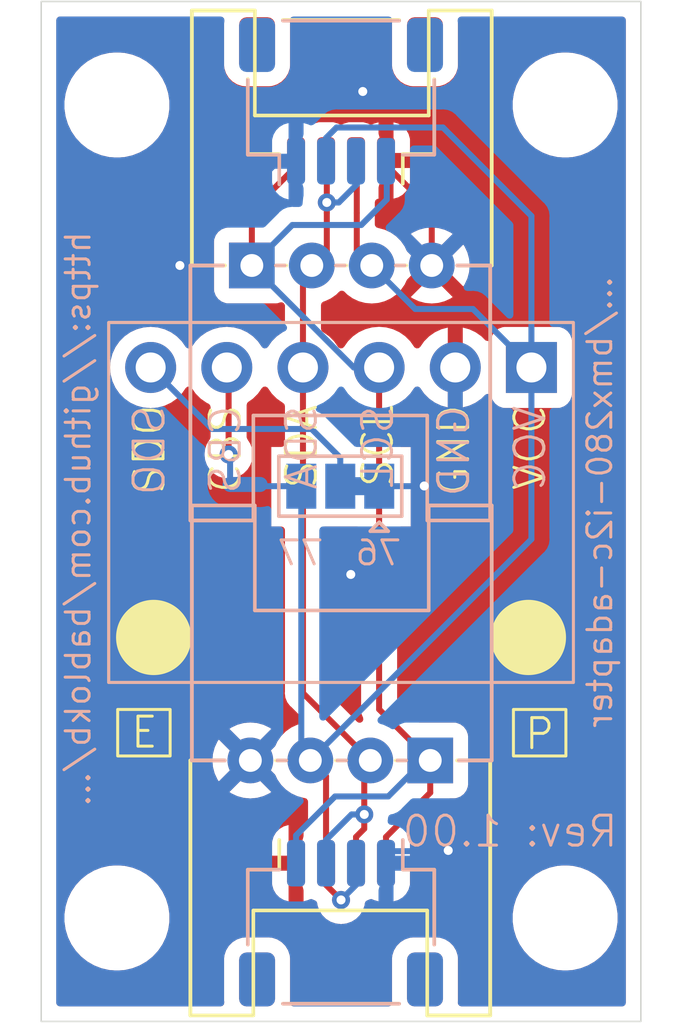
<source format=kicad_pcb>
(kicad_pcb (version 20221018) (generator pcbnew)
  (layers (0 "F.Cu" signal) (31 "B.Cu" signal) (34 "B.Paste" user) (35 "F.Paste" user) (36 "B.SilkS" user "B.Silkscreen") (37 "F.SilkS" user "F.Silkscreen") (38 "B.Mask" user) (39 "F.Mask" user) (44 "Edge.Cuts" user))
  (net 0 "")
  (net 1 "/GND")
  (net 2 "/SDA")
  (net 3 "/SCL")
  (net 4 "/SDO")
  (net 5 "/CSB")
  (net 6 "/VCC")
  (footprint "Connector_JST:JST_SH_SM04B-SRSS-TB_1x04-1MP_P1.00mm_Horizontal" (layer "F.Cu") (at 110 103.3 180)
    (fp_text reference "J2" hide)
    (fp_text value "Stemma-QT_Qwicc" hide)
    (fp_line (start -3.11 -1.785) (end -2.06 -1.785) (stroke (width 0.12)) (layer "F.SilkS"))
    (fp_line (start -3.11 0.715) (end -3.11 -1.785) (stroke (width 0.12)) (layer "F.SilkS"))
    (fp_line (start -2.06 -1.785) (end -2.06 -2.775) (stroke (width 0.12)) (layer "F.SilkS"))
    (fp_line (start -1.94 2.685) (end 1.94 2.685) (stroke (width 0.12)) (layer "F.SilkS"))
    (fp_line (start 3.11 -1.785) (end 2.06 -1.785) (stroke (width 0.12)) (layer "F.SilkS"))
    (fp_line (start 3.11 0.715) (end 3.11 -1.785) (stroke (width 0.12)) (layer "F.SilkS"))
    (pad "1" smd roundrect (at -1.5 -2 180) (size 0.6 1.55) (layers "F.Cu" "F.Paste" "F.Mask") (net 1 "/GND"))
    (pad "2" smd roundrect (at -0.5 -2 180) (size 0.6 1.55) (layers "F.Cu" "F.Paste" "F.Mask") (net 6 "/VCC"))
    (pad "3" smd roundrect (at 0.5 -2 180) (size 0.6 1.55) (layers "F.Cu" "F.Paste" "F.Mask") (net 2 "/SDA"))
    (pad "4" smd roundrect (at 1.5 -2 180) (size 0.6 1.55) (layers "F.Cu" "F.Paste" "F.Mask") (net 3 "/SCL"))
    (pad "MP" smd roundrect (at -2.8 1.875 180) (size 1.2 1.8) (layers "F.Cu" "F.Paste" "F.Mask") (roundrect_rratio 0.2083333333))
    (pad "MP" smd roundrect (at 2.8 1.875 180) (size 1.2 1.8) (layers "F.Cu" "F.Paste" "F.Mask") (roundrect_rratio 0.2083333333))
  )
  (footprint "user:BMx280_Breakout" (layer "F.Cu") (at 103.65 112.2)
    (fp_text reference "U1" hide)
    (fp_text value "BMx280" hide)
    (fp_text user "GND" (at 10.6995 1.2 90 unlocked) (layer "B.SilkS") (effects (font (thickness 0.1)) (justify left bottom mirror)))
    (fp_text user "SDO" (at 0.5395 1.2 90 unlocked) (layer "B.SilkS") (effects (font (thickness 0.1)) (justify left bottom mirror)))
    (fp_text user "SCL" (at 8.1595 1.2 90 unlocked) (layer "B.SilkS") (effects (font (thickness 0.1)) (justify left bottom mirror)))
    (fp_text user "SDA" (at 5.6195 1.2 90 unlocked) (layer "B.SilkS") (effects (font (thickness 0.1)) (justify left bottom mirror)))
    (fp_text user "CBS" (at 3.0795 1.2 90 unlocked) (layer "B.SilkS") (effects (font (thickness 0.1)) (justify left bottom mirror)))
    (fp_text user "VCC" (at 13.2395 1.2 90 unlocked) (layer "B.SilkS") (effects (font (thickness 0.1)) (justify left bottom mirror)))
    (fp_text user "VCC" (at 13.2395 4.157143 90 unlocked) (layer "F.SilkS") (effects (font (thickness 0.1)) (justify left bottom)))
    (fp_text user "SCL" (at 8.1595 4.061905 90 unlocked) (layer "F.SilkS") (effects (font (thickness 0.1)) (justify left bottom)))
    (fp_text user "SDA" (at 5.6195 4.109524 90 unlocked) (layer "F.SilkS") (effects (font (thickness 0.1)) (justify left bottom)))
    (fp_text user "CBS" (at 3.0795 4.252381 90 unlocked) (layer "F.SilkS") (effects (font (thickness 0.1)) (justify left bottom)))
    (fp_text user "GND" (at 10.6995 4.347619 90 unlocked) (layer "F.SilkS") (effects (font (thickness 0.1)) (justify left bottom)))
    (fp_text user "SDO" (at 0.5395 4.3 90 unlocked) (layer "F.SilkS") (effects (font (thickness 0.1)) (justify left bottom)))
    (fp_rect (start 14.1 -1.5) (end -1.4 10.5) (stroke (width 0.1)) (fill none) (layer "B.SilkS"))
    (fp_rect (start -1.4 -1.5) (end 14.1 10.5) (stroke (width 0.1)) (fill none) (layer "F.SilkS"))
    (fp_circle (center 0.1 9) (end 1.304159 9) (stroke (width 0.1)) (fill solid) (layer "F.SilkS"))
    (fp_circle (center 12.6 9) (end 13.804159 9) (stroke (width 0.1)) (fill solid) (layer "F.SilkS"))
    (pad "1" thru_hole rect (at 12.7 0) (size 1.7 1.7) (drill 1) (layers "*.Cu" "*.Mask") (net 6 "/VCC"))
    (pad "2" thru_hole oval (at 10.16 0) (size 1.7 1.7) (drill 1) (layers "*.Cu" "*.Mask") (net 1 "/GND"))
    (pad "3" thru_hole oval (at 7.62 0) (size 1.7 1.7) (drill 1) (layers "*.Cu" "*.Mask") (net 3 "/SCL"))
    (pad "4" thru_hole oval (at 5.08 0) (size 1.7 1.7) (drill 1) (layers "*.Cu" "*.Mask") (net 2 "/SDA"))
    (pad "5" thru_hole oval (at 2.54 0) (size 1.7 1.7) (drill 1) (layers "*.Cu" "*.Mask") (net 5 "/CSB"))
    (pad "6" thru_hole oval (at 0 0) (size 1.7 1.7) (drill 1) (layers "*.Cu" "*.Mask") (net 4 "/SDO"))
  )
  (footprint "MountingHole:MountingHole_3mm" (layer "F.Cu") (at 117.475 130.55)
    (fp_text reference "H3" hide)
    (fp_text value "MountingHole" hide)
    (pad "" np_thru_hole circle (at 0 0) (size 3 3) (drill 3) (layers "*.Cu" "*.Mask"))
  )
  (footprint "Connector_JST:JST_SH_SM04B-SRSS-TB_1x04-1MP_P1.00mm_Horizontal" (layer "F.Cu") (at 110 130.725)
    (fp_text reference "J4" hide)
    (fp_text value "Stemma-QT_Qwicc" hide)
    (fp_line (start -3.11 -1.785) (end -2.06 -1.785) (stroke (width 0.12)) (layer "F.SilkS"))
    (fp_line (start -3.11 0.715) (end -3.11 -1.785) (stroke (width 0.12)) (layer "F.SilkS"))
    (fp_line (start -2.06 -1.785) (end -2.06 -2.775) (stroke (width 0.12)) (layer "F.SilkS"))
    (fp_line (start -1.94 2.685) (end 1.94 2.685) (stroke (width 0.12)) (layer "F.SilkS"))
    (fp_line (start 3.11 -1.785) (end 2.06 -1.785) (stroke (width 0.12)) (layer "F.SilkS"))
    (fp_line (start 3.11 0.715) (end 3.11 -1.785) (stroke (width 0.12)) (layer "F.SilkS"))
    (pad "1" smd roundrect (at -1.5 -2) (size 0.6 1.55) (layers "F.Cu" "F.Paste" "F.Mask") (net 1 "/GND"))
    (pad "2" smd roundrect (at -0.5 -2) (size 0.6 1.55) (layers "F.Cu" "F.Paste" "F.Mask") (net 6 "/VCC"))
    (pad "3" smd roundrect (at 0.5 -2) (size 0.6 1.55) (layers "F.Cu" "F.Paste" "F.Mask") (net 2 "/SDA"))
    (pad "4" smd roundrect (at 1.5 -2) (size 0.6 1.55) (layers "F.Cu" "F.Paste" "F.Mask") (net 3 "/SCL"))
    (pad "MP" smd roundrect (at -2.8 1.875) (size 1.2 1.8) (layers "F.Cu" "F.Paste" "F.Mask") (roundrect_rratio 0.2083333333))
    (pad "MP" smd roundrect (at 2.8 1.875) (size 1.2 1.8) (layers "F.Cu" "F.Paste" "F.Mask") (roundrect_rratio 0.2083333333))
  )
  (footprint "user:grove_horizontal" (layer "F.Cu") (at 110.025 108.8 180)
    (fp_text reference "J5" hide)
    (fp_text value "Grove" hide)
    (fp_line (start -4.95 -8.5) (end -2.85 -8.5) (stroke (width 0.12)) (layer "B.SilkS"))
    (fp_line (start -4.95 0) (end -4.95 -8.5) (stroke (width 0.127)) (layer "B.SilkS"))
    (fp_line (start -3.85 0) (end -4.95 0) (stroke (width 0.127)) (layer "B.SilkS"))
    (fp_line (start -2.85 -8.5) (end -2.85 -5) (stroke (width 0.12)) (layer "B.SilkS"))
    (fp_line (start -2.1 0) (end -1.8 0) (stroke (width 0.12)) (layer "B.SilkS"))
    (fp_line (start -0.1 0) (end 0.2 0) (stroke (width 0.12)) (layer "B.SilkS"))
    (fp_line (start 1.9 0) (end 2.2 0) (stroke (width 0.12)) (layer "B.SilkS"))
    (fp_line (start 2.95 -8.5) (end 2.95 -5) (stroke (width 0.12)) (layer "B.SilkS"))
    (fp_line (start 2.95 -8.5) (end 5.05 -8.5) (stroke (width 0.127)) (layer "B.SilkS"))
    (fp_line (start 2.95 -5) (end -2.85 -5) (stroke (width 0.12)) (layer "B.SilkS"))
    (fp_line (start 5.05 -8.5) (end 5.05 0) (stroke (width 0.127)) (layer "B.SilkS"))
    (fp_line (start 5.05 0) (end 3.95 0) (stroke (width 0.127)) (layer "B.SilkS"))
    (fp_line (start -5 0) (end -5 8.5) (stroke (width 0.127)) (layer "F.SilkS"))
    (fp_line (start -5 8.5) (end -2.9 8.5) (stroke (width 0.12)) (layer "F.SilkS"))
    (fp_line (start -3.9 0) (end -5 0) (stroke (width 0.127)) (layer "F.SilkS"))
    (fp_line (start -2.9 8.5) (end -2.9 5) (stroke (width 0.12)) (layer "F.SilkS"))
    (fp_line (start -2.15 0) (end -1.85 0) (stroke (width 0.12)) (layer "F.SilkS"))
    (fp_line (start -0.15 0) (end 0.15 0) (stroke (width 0.12)) (layer "F.SilkS"))
    (fp_line (start 1.85 0) (end 2.15 0) (stroke (width 0.12)) (layer "F.SilkS"))
    (fp_line (start 2.9 5) (end -2.9 5) (stroke (width 0.12)) (layer "F.SilkS"))
    (fp_line (start 2.9 8.5) (end 2.9 5) (stroke (width 0.12)) (layer "F.SilkS"))
    (fp_line (start 2.9 8.5) (end 5 8.5) (stroke (width 0.127)) (layer "F.SilkS"))
    (fp_line (start 5 0) (end 3.9 0) (stroke (width 0.127)) (layer "F.SilkS"))
    (fp_line (start 5 8.5) (end 5 0) (stroke (width 0.127)) (layer "F.SilkS"))
    (pad "1" thru_hole rect (at 3 0 180) (size 1.524 1.524) (drill 0.762) (layers "*.Cu" "*.Mask") (net 3 "/SCL"))
    (pad "2" thru_hole circle (at 1 0 180) (size 1.524 1.524) (drill 0.762) (layers "*.Cu" "*.Mask") (net 2 "/SDA"))
    (pad "3" thru_hole circle (at -1 0 180) (size 1.524 1.524) (drill 0.762) (layers "*.Cu" "*.Mask") (net 6 "/VCC"))
    (pad "4" thru_hole circle (at -3 0 180) (size 1.524 1.524) (drill 0.762) (layers "*.Cu" "*.Mask") (net 1 "/GND"))
  )
  (footprint "MountingHole:MountingHole_3mm" (layer "F.Cu") (at 117.475 103.45)
    (fp_text reference "H2" hide)
    (fp_text value "MountingHole" hide)
    (pad "" np_thru_hole circle (at 0 0) (size 3 3) (drill 3) (layers "*.Cu" "*.Mask"))
  )
  (footprint "MountingHole:MountingHole_3mm" (layer "F.Cu") (at 102.525 103.45)
    (fp_text reference "H1" hide)
    (fp_text value "MountingHole" hide)
    (pad "" np_thru_hole circle (at 0 0) (size 3 3) (drill 3) (layers "*.Cu" "*.Mask"))
  )
  (footprint "user:grove_horizontal" (layer "F.Cu") (at 109.975 125.3)
    (fp_text reference "J6" hide)
    (fp_text value "Grove" hide)
    (fp_line (start -4.95 -8.5) (end -2.85 -8.5) (stroke (width 0.12)) (layer "B.SilkS"))
    (fp_line (start -4.95 0) (end -4.95 -8.5) (stroke (width 0.127)) (layer "B.SilkS"))
    (fp_line (start -3.85 0) (end -4.95 0) (stroke (width 0.127)) (layer "B.SilkS"))
    (fp_line (start -2.85 -8.5) (end -2.85 -5) (stroke (width 0.12)) (layer "B.SilkS"))
    (fp_line (start -2.1 0) (end -1.8 0) (stroke (width 0.12)) (layer "B.SilkS"))
    (fp_line (start -0.1 0) (end 0.2 0) (stroke (width 0.12)) (layer "B.SilkS"))
    (fp_line (start 1.9 0) (end 2.2 0) (stroke (width 0.12)) (layer "B.SilkS"))
    (fp_line (start 2.95 -8.5) (end 2.95 -5) (stroke (width 0.12)) (layer "B.SilkS"))
    (fp_line (start 2.95 -8.5) (end 5.05 -8.5) (stroke (width 0.127)) (layer "B.SilkS"))
    (fp_line (start 2.95 -5) (end -2.85 -5) (stroke (width 0.12)) (layer "B.SilkS"))
    (fp_line (start 5.05 -8.5) (end 5.05 0) (stroke (width 0.127)) (layer "B.SilkS"))
    (fp_line (start 5.05 0) (end 3.95 0) (stroke (width 0.127)) (layer "B.SilkS"))
    (fp_line (start -5 0) (end -5 8.5) (stroke (width 0.127)) (layer "F.SilkS"))
    (fp_line (start -5 8.5) (end -2.9 8.5) (stroke (width 0.12)) (layer "F.SilkS"))
    (fp_line (start -3.9 0) (end -5 0) (stroke (width 0.127)) (layer "F.SilkS"))
    (fp_line (start -2.9 8.5) (end -2.9 5) (stroke (width 0.12)) (layer "F.SilkS"))
    (fp_line (start -2.15 0) (end -1.85 0) (stroke (width 0.12)) (layer "F.SilkS"))
    (fp_line (start -0.15 0) (end 0.15 0) (stroke (width 0.12)) (layer "F.SilkS"))
    (fp_line (start 1.85 0) (end 2.15 0) (stroke (width 0.12)) (layer "F.SilkS"))
    (fp_line (start 2.9 5) (end -2.9 5) (stroke (width 0.12)) (layer "F.SilkS"))
    (fp_line (start 2.9 8.5) (end 2.9 5) (stroke (width 0.12)) (layer "F.SilkS"))
    (fp_line (start 2.9 8.5) (end 5 8.5) (stroke (width 0.127)) (layer "F.SilkS"))
    (fp_line (start 5 0) (end 3.9 0) (stroke (width 0.127)) (layer "F.SilkS"))
    (fp_line (start 5 8.5) (end 5 0) (stroke (width 0.127)) (layer "F.SilkS"))
    (pad "1" thru_hole rect (at 3 0) (size 1.524 1.524) (drill 0.762) (layers "*.Cu" "*.Mask") (net 3 "/SCL"))
    (pad "2" thru_hole circle (at 1 0) (size 1.524 1.524) (drill 0.762) (layers "*.Cu" "*.Mask") (net 2 "/SDA"))
    (pad "3" thru_hole circle (at -1 0) (size 1.524 1.524) (drill 0.762) (layers "*.Cu" "*.Mask") (net 6 "/VCC"))
    (pad "4" thru_hole circle (at -3 0) (size 1.524 1.524) (drill 0.762) (layers "*.Cu" "*.Mask") (net 1 "/GND"))
  )
  (footprint "MountingHole:MountingHole_3mm" (layer "F.Cu") (at 102.525 130.55)
    (fp_text reference "H4" hide)
    (fp_text value "MountingHole" hide)
    (pad "" np_thru_hole circle (at 0 0) (size 3 3) (drill 3) (layers "*.Cu" "*.Mask"))
  )
  (footprint "Jumper:SolderJumper-3_P1.3mm_Bridged12_Pad1.0x1.5mm" (layer "B.Cu") (at 109.975 116.1575 180)
    (fp_text reference "JP1" hide)
    (fp_text value "ADDR_SEL" hide)
    (fp_poly (pts (xy -0.9 0.3) (xy -0.4 0.3) (xy -0.4 -0.3) (xy -0.9 -0.3)) (fill solid) (layer "B.Cu"))
    (fp_line (start -2.05 -1) (end -2.05 1) (stroke (width 0.12)) (layer "B.SilkS"))
    (fp_line (start -2.05 1) (end 2.05 1) (stroke (width 0.12)) (layer "B.SilkS"))
    (fp_line (start -1.6 -1.5) (end -1 -1.5) (stroke (width 0.12)) (layer "B.SilkS"))
    (fp_line (start -1.3 -1.2) (end -1.6 -1.5) (stroke (width 0.12)) (layer "B.SilkS"))
    (fp_line (start -1.3 -1.2) (end -1 -1.5) (stroke (width 0.12)) (layer "B.SilkS"))
    (fp_line (start 2.05 -1) (end -2.05 -1) (stroke (width 0.12)) (layer "B.SilkS"))
    (fp_line (start 2.05 1) (end 2.05 -1) (stroke (width 0.12)) (layer "B.SilkS"))
    (pad "1" smd rect (at -1.3 0 180) (size 1 1.5) (layers "B.Cu" "B.Mask") (net 1 "/GND"))
    (pad "2" smd rect (at 0 0 180) (size 1 1.5) (layers "B.Cu" "B.Mask") (net 4 "/SDO"))
    (pad "3" smd rect (at 1.3 0 180) (size 1 1.5) (layers "B.Cu" "B.Mask") (net 6 "/VCC"))
  )
  (footprint "Connector_JST:JST_SH_SM04B-SRSS-TB_1x04-1MP_P1.00mm_Horizontal" (layer "B.Cu") (at 110 103.325)
    (fp_text reference "J1" hide)
    (fp_text value "Stemma-QT_Qwicc" hide)
    (fp_line (start -3.11 -0.715) (end -3.11 1.785) (stroke (width 0.12)) (layer "B.SilkS"))
    (fp_line (start -3.11 1.785) (end -2.06 1.785) (stroke (width 0.12)) (layer "B.SilkS"))
    (fp_line (start -2.06 1.785) (end -2.06 2.775) (stroke (width 0.12)) (layer "B.SilkS"))
    (fp_line (start -1.94 -2.685) (end 1.94 -2.685) (stroke (width 0.12)) (layer "B.SilkS"))
    (fp_line (start 3.11 -0.715) (end 3.11 1.785) (stroke (width 0.12)) (layer "B.SilkS"))
    (fp_line (start 3.11 1.785) (end 2.06 1.785) (stroke (width 0.12)) (layer "B.SilkS"))
    (pad "1" smd roundrect (at -1.5 2) (size 0.6 1.55) (layers "B.Cu" "B.Paste" "B.Mask") (net 1 "/GND"))
    (pad "2" smd roundrect (at -0.5 2) (size 0.6 1.55) (layers "B.Cu" "B.Paste" "B.Mask") (net 6 "/VCC"))
    (pad "3" smd roundrect (at 0.5 2) (size 0.6 1.55) (layers "B.Cu" "B.Paste" "B.Mask") (net 2 "/SDA"))
    (pad "4" smd roundrect (at 1.5 2) (size 0.6 1.55) (layers "B.Cu" "B.Paste" "B.Mask") (net 3 "/SCL"))
    (pad "MP" smd roundrect (at -2.8 -1.875) (size 1.2 1.8) (layers "B.Cu" "B.Paste" "B.Mask") (roundrect_rratio 0.2083333333))
    (pad "MP" smd roundrect (at 2.8 -1.875) (size 1.2 1.8) (layers "B.Cu" "B.Paste" "B.Mask") (roundrect_rratio 0.2083333333))
  )
  (footprint "Connector_JST:JST_SH_SM04B-SRSS-TB_1x04-1MP_P1.00mm_Horizontal" (layer "B.Cu") (at 110 130.725 180)
    (fp_text reference "J3" hide)
    (fp_text value "Stemma-QT_Qwicc" hide)
    (fp_line (start -3.11 -0.715) (end -3.11 1.785) (stroke (width 0.12)) (layer "B.SilkS"))
    (fp_line (start -3.11 1.785) (end -2.06 1.785) (stroke (width 0.12)) (layer "B.SilkS"))
    (fp_line (start -2.06 1.785) (end -2.06 2.775) (stroke (width 0.12)) (layer "B.SilkS"))
    (fp_line (start -1.94 -2.685) (end 1.94 -2.685) (stroke (width 0.12)) (layer "B.SilkS"))
    (fp_line (start 3.11 -0.715) (end 3.11 1.785) (stroke (width 0.12)) (layer "B.SilkS"))
    (fp_line (start 3.11 1.785) (end 2.06 1.785) (stroke (width 0.12)) (layer "B.SilkS"))
    (pad "1" smd roundrect (at -1.5 2 180) (size 0.6 1.55) (layers "B.Cu" "B.Paste" "B.Mask") (net 1 "/GND"))
    (pad "2" smd roundrect (at -0.5 2 180) (size 0.6 1.55) (layers "B.Cu" "B.Paste" "B.Mask") (net 6 "/VCC"))
    (pad "3" smd roundrect (at 0.5 2 180) (size 0.6 1.55) (layers "B.Cu" "B.Paste" "B.Mask") (net 2 "/SDA"))
    (pad "4" smd roundrect (at 1.5 2 180) (size 0.6 1.55) (layers "B.Cu" "B.Paste" "B.Mask") (net 3 "/SCL"))
    (pad "MP" smd roundrect (at -2.8 -1.875 180) (size 1.2 1.8) (layers "B.Cu" "B.Paste" "B.Mask") (roundrect_rratio 0.2083333333))
    (pad "MP" smd roundrect (at 2.8 -1.875 180) (size 1.2 1.8) (layers "B.Cu" "B.Paste" "B.Mask") (roundrect_rratio 0.2083333333))
  )
  (footprint "NetTie:NetTie-2_SMD_Pad0.5mm" (layer "B.Cu") (at 106.8 116.1)
    (fp_text reference "NT1" hide)
    (fp_text value "NetTie_2" hide)
    (fp_poly (pts (xy -0.5 0.25) (xy 0.5 0.25) (xy 0.5 -0.25) (xy -0.5 -0.25)) (fill solid) (layer "B.Cu"))
    (pad "1" smd circle (at -0.5 0) (size 0.5 0.5) (layers "B.Cu") (net 5 "/CSB"))
    (pad "2" smd circle (at 0.5 0) (size 0.5 0.5) (layers "B.Cu") (net 6 "/VCC"))
  )
  (gr_rect (start 102.55 123.6) (end 104.3 125.15) (stroke (width 0.1)) (fill none) (layer "F.SilkS"))
  (gr_rect (start 115.75 123.6) (end 117.5 125.15) (stroke (width 0.1)) (fill none) (layer "F.SilkS"))
  (gr_rect (start 100 100) (end 120 134) (stroke (width 0.05)) (fill none) (layer "Edge.Cuts"))
  (gr_text ".../bmx280-i2c-adapter" (at 119.1 109.1 90) (layer "B.SilkS") (effects (font (size 0.8 0.8) (thickness 0.1)) (justify left bottom mirror)))
  (gr_text "76" (at 112.075 118.85) (layer "B.SilkS") (effects (font (size 0.8 0.8) (thickness 0.1)) (justify left bottom mirror)))
  (gr_text "77" (at 109.475 118.85) (layer "B.SilkS") (effects (font (size 0.8 0.8) (thickness 0.1)) (justify left bottom mirror)))
  (gr_text "https://github.com/bablokb/..." (at 101.7 107.6 90) (layer "B.SilkS") (effects (font (size 0.8 0.8) (thickness 0.1)) (justify left bottom mirror)))
  (gr_text "Rev: 1.00" (at 119.3 128.25) (layer "B.SilkS") (effects (font (size 1 1) (thickness 0.1)) (justify left bottom mirror)))
  (gr_text "E" (at 102.922619 124.95) (layer "F.SilkS") (effects (font (size 1 1) (thickness 0.1)) (justify left bottom)))
  (gr_text "P" (at 116.625 125) (layer "F.SilkS") (effects (font (size 1 1) (thickness 0.1)) (justify bottom)))
  (segment (start 113.025 106.975) (end 111.525 105.475) (width 0.2) (layer "F.Cu") (net 1))
  (segment (start 113.025 108.8) (end 113.025 106.975) (width 0.2) (layer "F.Cu") (net 1))
  (via (at 113.575 128.3) (size 0.6) (drill 0.3) (layers "F.Cu" "B.Cu") (net 1))
  (via (at 110.725 103) (size 0.6) (drill 0.3) (layers "F.Cu" "B.Cu") (net 1))
  (via (at 112.775 116.15) (size 0.6) (drill 0.3) (layers "F.Cu" "B.Cu") (net 1))
  (via (at 110.325 119.1) (size 0.6) (drill 0.3) (layers "F.Cu" "B.Cu") (net 1))
  (via (at 104.625 108.8) (size 0.6) (drill 0.3) (layers "F.Cu" "B.Cu") (net 1))
  (segment (start 113.55 128.325) (end 113.575 128.3) (width 0.2) (layer "B.Cu") (net 1))
  (segment (start 107.9 105.325) (end 104.625 108.6) (width 0.2) (layer "B.Cu") (net 1))
  (segment (start 112.7675 116.1575) (end 112.775 116.15) (width 0.2) (layer "B.Cu") (net 1))
  (segment (start 111.275 116.1575) (end 112.7675 116.1575) (width 0.2) (layer "B.Cu") (net 1))
  (segment (start 113.81 115.115) (end 112.775 116.15) (width 0.2) (layer "B.Cu") (net 1))
  (segment (start 113.81 112.2) (end 113.81 115.115) (width 0.2) (layer "B.Cu") (net 1))
  (segment (start 104.625 108.6) (end 104.625 108.8) (width 0.2) (layer "B.Cu") (net 1))
  (segment (start 111.325 128.325) (end 113.55 128.325) (width 0.2) (layer "B.Cu") (net 1))
  (segment (start 108.525 105.325) (end 107.9 105.325) (width 0.2) (layer "B.Cu") (net 1))
  (segment (start 109.525 108.3) (end 109.525 107.05) (width 0.2) (layer "F.Cu") (net 2))
  (segment (start 108.73 112.2) (end 108.73 109.095) (width 0.2) (layer "F.Cu") (net 2))
  (segment (start 109.525 106.7) (end 109.525 105.475) (width 0.2) (layer "F.Cu") (net 2))
  (segment (start 109.525 107.05) (end 109.525 106.7) (width 0.2) (layer "F.Cu") (net 2))
  (segment (start 109.025 108.8) (end 109.525 108.3) (width 0.2) (layer "F.Cu") (net 2))
  (segment (start 108.73 112.2) (end 108.73 123.055) (width 0.2) (layer "F.Cu") (net 2))
  (segment (start 110.5 127.85) (end 110.5 128.725) (width 0.2) (layer "F.Cu") (net 2))
  (segment (start 110.775 124.9) (end 110.775 127.575) (width 0.2) (layer "F.Cu") (net 2))
  (segment (start 110.775 127.575) (end 110.5 127.85) (width 0.2) (layer "F.Cu") (net 2))
  (segment (start 108.73 109.095) (end 109.025 108.8) (width 0.2) (layer "F.Cu") (net 2))
  (segment (start 108.73 123.055) (end 110.975 125.3) (width 0.2) (layer "F.Cu") (net 2))
  (via (at 109.525 106.7) (size 0.6) (drill 0.3) (layers "F.Cu" "B.Cu") (net 2))
  (via (at 110.775 127.1) (size 0.6) (drill 0.3) (layers "F.Cu" "B.Cu") (net 2))
  (segment (start 109.5 127.950001) (end 110.350001 127.1) (width 0.2) (layer "B.Cu") (net 2))
  (segment (start 109.5 128.725) (end 109.5 127.950001) (width 0.2) (layer "B.Cu") (net 2))
  (segment (start 109.525 106.7) (end 109.924999 106.7) (width 0.2) (layer "B.Cu") (net 2))
  (segment (start 109.924999 106.7) (end 110.525 106.099999) (width 0.2) (layer "B.Cu") (net 2))
  (segment (start 110.525 106.099999) (end 110.525 105.325) (width 0.2) (layer "B.Cu") (net 2))
  (segment (start 110.350001 127.1) (end 110.775 127.1) (width 0.2) (layer "B.Cu") (net 2))
  (segment (start 111.5 127.85) (end 111.5 128.725) (width 0.2) (layer "F.Cu") (net 3))
  (segment (start 111.27 123.595) (end 112.975 125.3) (width 0.2) (layer "F.Cu") (net 3))
  (segment (start 111.27 112.2) (end 111.27 123.595) (width 0.2) (layer "F.Cu") (net 3))
  (segment (start 112.975 125.3) (end 112.975 126.375) (width 0.2) (layer "F.Cu") (net 3))
  (segment (start 107.675 106.325) (end 107.675 106.3) (width 0.2) (layer "F.Cu") (net 3))
  (segment (start 107.025 108.8) (end 107.025 106.975) (width 0.2) (layer "F.Cu") (net 3))
  (segment (start 107.675 106.3) (end 107.7 106.3) (width 0.2) (layer "F.Cu") (net 3))
  (segment (start 107.025 106.975) (end 107.675 106.325) (width 0.2) (layer "F.Cu") (net 3))
  (segment (start 112.975 126.375) (end 111.5 127.85) (width 0.2) (layer "F.Cu") (net 3))
  (segment (start 107.7 106.3) (end 108.525 105.475) (width 0.2) (layer "F.Cu") (net 3))
  (segment (start 110.675 107.45) (end 111.525 106.6) (width 0.2) (layer "B.Cu") (net 3))
  (segment (start 107.025 108.8) (end 108.375 107.45) (width 0.2) (layer "B.Cu") (net 3))
  (segment (start 112.775 125.3) (end 111.575 126.5) (width 0.2) (layer "B.Cu") (net 3))
  (segment (start 111.525 106.6) (end 111.525 105.325) (width 0.2) (layer "B.Cu") (net 3))
  (segment (start 110.425 112.2) (end 107.025 108.8) (width 0.2) (layer "B.Cu") (net 3))
  (segment (start 111.575 126.5) (end 109.8 126.5) (width 0.2) (layer "B.Cu") (net 3))
  (segment (start 111.27 112.2) (end 110.425 112.2) (width 0.2) (layer "B.Cu") (net 3))
  (segment (start 109.8 126.5) (end 108.5 127.8) (width 0.2) (layer "B.Cu") (net 3))
  (segment (start 108.5 127.8) (end 108.5 128.725) (width 0.2) (layer "B.Cu") (net 3))
  (segment (start 108.375 107.45) (end 110.675 107.45) (width 0.2) (layer "B.Cu") (net 3))
  (segment (start 109.975 115.2075) (end 109.975 116.1575) (width 0.2) (layer "B.Cu") (net 4))
  (segment (start 103.65 112.2) (end 105.7 114.25) (width 0.2) (layer "B.Cu") (net 4))
  (segment (start 105.7 114.25) (end 109.0175 114.25) (width 0.2) (layer "B.Cu") (net 4))
  (segment (start 109.0175 114.25) (end 109.975 115.2075) (width 0.2) (layer "B.Cu") (net 4))
  (segment (start 106.25 112.26) (end 106.19 112.2) (width 0.2) (layer "F.Cu") (net 5))
  (segment (start 106.25 115.1) (end 106.25 112.26) (width 0.2) (layer "F.Cu") (net 5))
  (via (at 106.25 115.1) (size 0.6) (drill 0.3) (layers "F.Cu" "B.Cu") (net 5))
  (segment (start 106.3 115.15) (end 106.25 115.1) (width 0.2) (layer "B.Cu") (net 5))
  (segment (start 106.3 116.1) (end 106.3 115.15) (width 0.2) (layer "B.Cu") (net 5))
  (segment (start 110.525 107.05) (end 110.525 105.475) (width 0.2) (layer "F.Cu") (net 6))
  (segment (start 111.025 108.8) (end 110.525 108.3) (width 0.2) (layer "F.Cu") (net 6))
  (segment (start 109.5 125.825) (end 109.5 128.725) (width 0.2) (layer "F.Cu") (net 6))
  (segment (start 110.525 108.3) (end 110.525 107.05) (width 0.2) (layer "F.Cu") (net 6))
  (segment (start 108.975 125.3) (end 109.5 125.825) (width 0.2) (layer "F.Cu") (net 6))
  (segment (start 109.5 129.45) (end 109.5 128.725) (width 0.2) (layer "F.Cu") (net 6))
  (segment (start 110 129.95) (end 109.5 129.45) (width 0.2) (layer "F.Cu") (net 6))
  (via (at 110 129.95) (size 0.6) (drill 0.3) (layers "F.Cu" "B.Cu") (net 6))
  (segment (start 109.850001 104.2) (end 109.5 104.550001) (width 0.2) (layer "B.Cu") (net 6))
  (segment (start 114.4 110.25) (end 112.475 110.25) (width 0.2) (layer "B.Cu") (net 6))
  (segment (start 113.4 104.2) (end 109.850001 104.2) (width 0.2) (layer "B.Cu") (net 6))
  (segment (start 108.675 124.8) (end 108.775 124.9) (width 0.2) (layer "B.Cu") (net 6))
  (segment (start 108.675 116.1575) (end 107.3575 116.1575) (width 0.2) (layer "B.Cu") (net 6))
  (segment (start 116.35 112.2) (end 116.35 107.15) (width 0.2) (layer "B.Cu") (net 6))
  (segment (start 116.35 117.925) (end 116.35 112.2) (width 0.2) (layer "B.Cu") (net 6))
  (segment (start 116.35 112.2) (end 114.4 110.25) (width 0.2) (layer "B.Cu") (net 6))
  (segment (start 108.675 116.1575) (end 108.675 124.8) (width 0.2) (layer "B.Cu") (net 6))
  (segment (start 110 129.95) (end 110.5 129.45) (width 0.2) (layer "B.Cu") (net 6))
  (segment (start 112.475 110.25) (end 111.025 108.8) (width 0.2) (layer "B.Cu") (net 6))
  (segment (start 116.35 107.15) (end 113.4 104.2) (width 0.2) (layer "B.Cu") (net 6))
  (segment (start 110.5 129.45) (end 110.5 128.725) (width 0.2) (layer "B.Cu") (net 6))
  (segment (start 107.3575 116.1575) (end 107.3 116.1) (width 0.2) (layer "B.Cu") (net 6))
  (segment (start 109.5 104.550001) (end 109.5 105.325) (width 0.2) (layer "B.Cu") (net 6))
  (segment (start 108.975 125.3) (end 116.35 117.925) (width 0.2) (layer "B.Cu") (net 6))
  (zone (net 1) (net_name "/GND") (layers "F&B.Cu") (connect_pads (clearance 0.5)) (min_thickness 0.25) (fill yes (thermal_gap 0.5) (thermal_bridge_width 0.5))
    (polygon (pts (xy 121.225 134.05) (xy 98.675 134.1) (xy 98.625 99.95) (xy 121.225 99.95)))
    (polygon (pts (xy 107.675 114.85) (xy 107.675 117.5) (xy 112.325 117.5) (xy 112.325 114.85)))
  )
)
</source>
